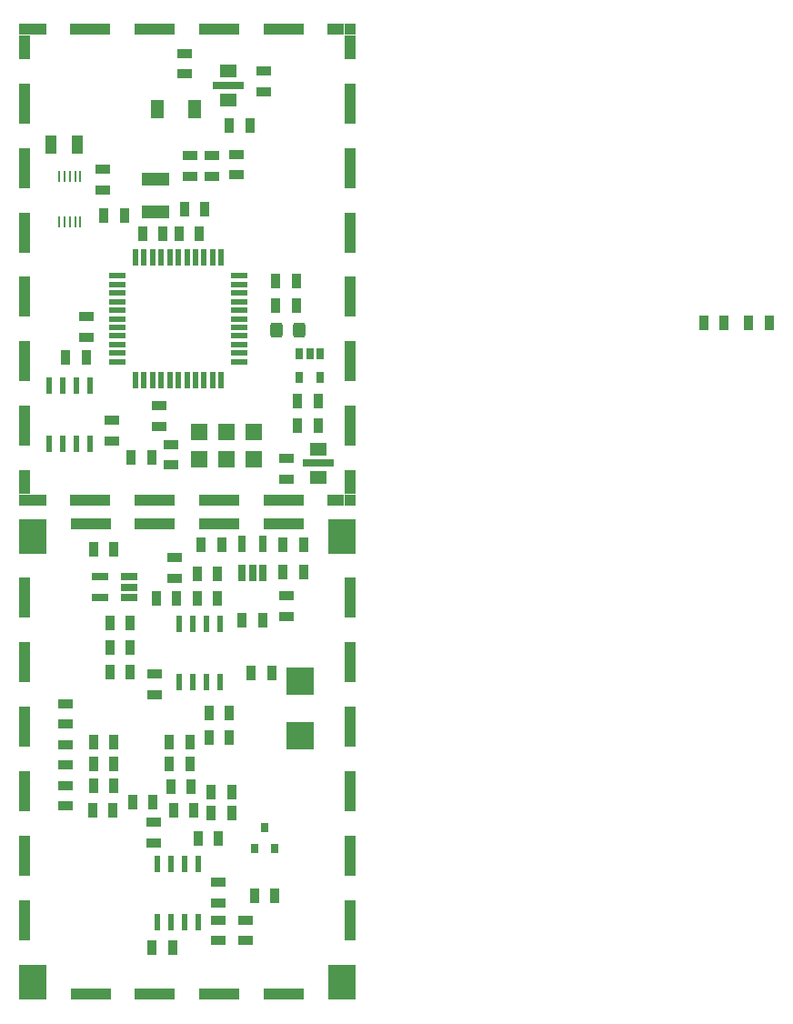
<source format=gbr>
%TF.GenerationSoftware,KiCad,Pcbnew,6.0.4-6f826c9f35~116~ubuntu20.04.1*%
%TF.CreationDate,2023-08-03T19:42:58+00:00*%
%TF.ProjectId,SPACEDOS02B_PCB01A,53504143-4544-44f5-9330-32425f504342,rev?*%
%TF.SameCoordinates,Original*%
%TF.FileFunction,Paste,Bot*%
%TF.FilePolarity,Positive*%
%FSLAX46Y46*%
G04 Gerber Fmt 4.6, Leading zero omitted, Abs format (unit mm)*
G04 Created by KiCad (PCBNEW 6.0.4-6f826c9f35~116~ubuntu20.04.1) date 2023-08-03 19:42:58*
%MOMM*%
%LPD*%
G01*
G04 APERTURE LIST*
G04 Aperture macros list*
%AMRoundRect*
0 Rectangle with rounded corners*
0 $1 Rounding radius*
0 $2 $3 $4 $5 $6 $7 $8 $9 X,Y pos of 4 corners*
0 Add a 4 corners polygon primitive as box body*
4,1,4,$2,$3,$4,$5,$6,$7,$8,$9,$2,$3,0*
0 Add four circle primitives for the rounded corners*
1,1,$1+$1,$2,$3*
1,1,$1+$1,$4,$5*
1,1,$1+$1,$6,$7*
1,1,$1+$1,$8,$9*
0 Add four rect primitives between the rounded corners*
20,1,$1+$1,$2,$3,$4,$5,0*
20,1,$1+$1,$4,$5,$6,$7,0*
20,1,$1+$1,$6,$7,$8,$9,0*
20,1,$1+$1,$8,$9,$2,$3,0*%
G04 Aperture macros list end*
%ADD10R,1.524000X1.524000*%
%ADD11R,0.650000X1.560000*%
%ADD12R,1.560000X0.650000*%
%ADD13R,0.889000X1.397000*%
%ADD14R,1.397000X0.889000*%
%ADD15R,0.550000X1.500000*%
%ADD16R,1.500000X0.550000*%
%ADD17R,0.600000X1.550000*%
%ADD18R,0.250000X1.100000*%
%ADD19R,2.540000X1.270000*%
%ADD20R,0.650000X1.060000*%
%ADD21R,1.300000X1.700000*%
%ADD22RoundRect,0.250000X-0.325000X-0.450000X0.325000X-0.450000X0.325000X0.450000X-0.325000X0.450000X0*%
%ADD23R,1.000000X1.800000*%
%ADD24R,0.800000X0.900000*%
%ADD25R,2.499360X2.550160*%
%ADD26R,1.500000X1.300000*%
%ADD27R,3.000000X0.700000*%
%ADD28R,3.800000X1.000000*%
%ADD29R,1.000000X3.800000*%
%ADD30R,1.550000X1.000000*%
%ADD31R,1.000000X1.000000*%
%ADD32R,1.000000X2.300000*%
%ADD33R,2.550000X3.300000*%
G04 APERTURE END LIST*
D10*
%TO.C,J22*%
X25514300Y50734100D03*
X25514300Y53274100D03*
X22974300Y50734100D03*
X22974300Y53274100D03*
X20434300Y50734100D03*
X20434300Y53274100D03*
%TD*%
D11*
%TO.C,U5*%
X26343300Y40146100D03*
X25393300Y40146100D03*
X24443300Y40146100D03*
X24443300Y42846100D03*
X26343300Y42846100D03*
%TD*%
D12*
%TO.C,U4*%
X13916300Y39779100D03*
X13916300Y38829100D03*
X13916300Y37879100D03*
X11216300Y37879100D03*
X11216300Y39779100D03*
%TD*%
D13*
%TO.C,C8*%
X14026800Y33241100D03*
X12121800Y33241100D03*
%TD*%
%TO.C,C3*%
X17963000Y5301100D03*
X16058000Y5301100D03*
%TD*%
D14*
%TO.C,R6*%
X24758300Y7841100D03*
X24758300Y5936100D03*
%TD*%
D13*
%TO.C,C13*%
X14026800Y35527100D03*
X12121800Y35527100D03*
%TD*%
%TO.C,C24*%
X10528300Y18095100D03*
X12433300Y18095100D03*
%TD*%
%TO.C,C4*%
X27178000Y30884000D03*
X25273000Y30884000D03*
%TD*%
D15*
%TO.C,U10*%
X22496300Y58119100D03*
X21696300Y58119100D03*
X20896300Y58119100D03*
X20096300Y58119100D03*
X19296300Y58119100D03*
X18496300Y58119100D03*
X17696300Y58119100D03*
X16896300Y58119100D03*
X16096300Y58119100D03*
X15296300Y58119100D03*
X14496300Y58119100D03*
D16*
X12796300Y59819100D03*
X12796300Y60619100D03*
X12796300Y61419100D03*
X12796300Y62219100D03*
X12796300Y63019100D03*
X12796300Y63819100D03*
X12796300Y64619100D03*
X12796300Y65419100D03*
X12796300Y66219100D03*
X12796300Y67019100D03*
X12796300Y67819100D03*
D15*
X14496300Y69519100D03*
X15296300Y69519100D03*
X16096300Y69519100D03*
X16896300Y69519100D03*
X17696300Y69519100D03*
X18496300Y69519100D03*
X19296300Y69519100D03*
X20096300Y69519100D03*
X20896300Y69519100D03*
X21696300Y69519100D03*
X22496300Y69519100D03*
D16*
X24196300Y67819100D03*
X24196300Y67019100D03*
X24196300Y66219100D03*
X24196300Y65419100D03*
X24196300Y64619100D03*
X24196300Y63819100D03*
X24196300Y63019100D03*
X24196300Y62219100D03*
X24196300Y61419100D03*
X24196300Y60619100D03*
X24196300Y59819100D03*
%TD*%
D13*
%TO.C,R4*%
X14026800Y30955100D03*
X12121800Y30955100D03*
%TD*%
D14*
%TO.C,C10*%
X22218300Y11333600D03*
X22218300Y9428600D03*
%TD*%
%TO.C,C5*%
X22218300Y7841100D03*
X22218300Y5936100D03*
%TD*%
D13*
%TO.C,R3*%
X24440800Y35781100D03*
X26345800Y35781100D03*
%TD*%
%TO.C,R2*%
X20313300Y15461100D03*
X22218300Y15461100D03*
%TD*%
D17*
%TO.C,U2*%
X22345300Y30033100D03*
X21075300Y30033100D03*
X19805300Y30033100D03*
X18535300Y30033100D03*
X18535300Y35433100D03*
X19805300Y35433100D03*
X21075300Y35433100D03*
X22345300Y35433100D03*
%TD*%
D13*
%TO.C,R10*%
X19558000Y24407000D03*
X17653000Y24407000D03*
%TD*%
%TO.C,C18*%
X23234300Y27145100D03*
X21329300Y27145100D03*
%TD*%
D17*
%TO.C,U1*%
X20313300Y7681100D03*
X19043300Y7681100D03*
X17773300Y7681100D03*
X16503300Y7681100D03*
X16503300Y13081100D03*
X17773300Y13081100D03*
X19043300Y13081100D03*
X20313300Y13081100D03*
%TD*%
D13*
%TO.C,C20*%
X25583800Y10127100D03*
X27488800Y10127100D03*
%TD*%
D14*
%TO.C,R7*%
X16213000Y16955000D03*
X16213000Y15050000D03*
%TD*%
D13*
%TO.C,R9*%
X19963000Y18050000D03*
X18058000Y18050000D03*
%TD*%
%TO.C,C11*%
X21558000Y17800000D03*
X23463000Y17800000D03*
%TD*%
%TO.C,C16*%
X17653000Y22375000D03*
X19558000Y22375000D03*
%TD*%
%TO.C,R11*%
X23234300Y24859100D03*
X21329300Y24859100D03*
%TD*%
%TO.C,C15*%
X19678300Y20287100D03*
X17773300Y20287100D03*
%TD*%
D14*
%TO.C,R5*%
X28568300Y38003600D03*
X28568300Y36098600D03*
%TD*%
D13*
%TO.C,C12*%
X22154800Y37813100D03*
X20249800Y37813100D03*
%TD*%
D18*
%TO.C,U11*%
X7382000Y77103000D03*
X7882000Y77103000D03*
X8382000Y77103000D03*
X8882000Y77103000D03*
X9382000Y77103000D03*
X9382000Y72803000D03*
X8882000Y72803000D03*
X8382000Y72803000D03*
X7882000Y72803000D03*
X7382000Y72803000D03*
%TD*%
D14*
%TO.C,R13*%
X18154300Y39654600D03*
X18154300Y41559600D03*
%TD*%
D13*
%TO.C,C9*%
X28250800Y40226100D03*
X30155800Y40226100D03*
%TD*%
%TO.C,C14*%
X28250800Y42766100D03*
X30155800Y42766100D03*
%TD*%
%TO.C,C7*%
X22154800Y40099100D03*
X20249800Y40099100D03*
%TD*%
%TO.C,R12*%
X22535800Y42766100D03*
X20630800Y42766100D03*
%TD*%
D19*
%TO.C,L1*%
X16383000Y76858000D03*
X16383000Y73810000D03*
%TD*%
D13*
%TO.C,C19*%
X18344800Y37813100D03*
X16439800Y37813100D03*
%TD*%
D20*
%TO.C,U8*%
X29784000Y60559000D03*
X30734000Y60559000D03*
X31684000Y60559000D03*
X31684000Y58359000D03*
X29784000Y58359000D03*
%TD*%
D13*
%TO.C,C2*%
X10591800Y20381100D03*
X12496800Y20381100D03*
%TD*%
D21*
%TO.C,D3*%
X20010000Y83335000D03*
X16510000Y83335000D03*
%TD*%
D14*
%TO.C,F2*%
X19050000Y86637000D03*
X19050000Y88542000D03*
%TD*%
%TO.C,C55*%
X26416000Y86891000D03*
X26416000Y84986000D03*
%TD*%
D22*
%TO.C,L3*%
X27677000Y62761000D03*
X29727000Y62761000D03*
%TD*%
D23*
%TO.C,Y2*%
X9124000Y80033000D03*
X6624000Y80033000D03*
%TD*%
D14*
%TO.C,R22*%
X7988300Y18476100D03*
X7988300Y20381100D03*
%TD*%
%TO.C,R19*%
X7988300Y22286100D03*
X7988300Y24191100D03*
%TD*%
%TO.C,R15*%
X7988300Y26096100D03*
X7988300Y28001100D03*
%TD*%
D13*
%TO.C,C23*%
X10591800Y22413100D03*
X12496800Y22413100D03*
%TD*%
%TO.C,C21*%
X10591800Y24445100D03*
X12496800Y24445100D03*
%TD*%
D14*
%TO.C,C34*%
X16750000Y53820500D03*
X16750000Y55725500D03*
%TD*%
%TO.C,C27*%
X21590000Y77112000D03*
X21590000Y79017000D03*
%TD*%
D13*
%TO.C,R20*%
X11557000Y73429000D03*
X13462000Y73429000D03*
%TD*%
D14*
%TO.C,R23*%
X17780000Y50226100D03*
X17780000Y52131100D03*
%TD*%
%TO.C,C26*%
X23876000Y77239000D03*
X23876000Y79144000D03*
%TD*%
D24*
%TO.C,U3*%
X27486300Y14477100D03*
X25586300Y14477100D03*
X26536300Y16477100D03*
%TD*%
D13*
%TO.C,C43*%
X16002000Y50950000D03*
X14097000Y50950000D03*
%TD*%
D14*
%TO.C,C39*%
X9906000Y62126000D03*
X9906000Y64031000D03*
%TD*%
%TO.C,C28*%
X19558000Y77112000D03*
X19558000Y79017000D03*
%TD*%
D13*
%TO.C,R1*%
X12502800Y42385100D03*
X10597800Y42385100D03*
%TD*%
%TO.C,C36*%
X23241000Y81811000D03*
X25146000Y81811000D03*
%TD*%
%TO.C,C32*%
X27559000Y65047000D03*
X29464000Y65047000D03*
%TD*%
%TO.C,R21*%
X8001000Y60221000D03*
X9906000Y60221000D03*
%TD*%
%TO.C,C44*%
X20447000Y71778000D03*
X18542000Y71778000D03*
%TD*%
%TO.C,C31*%
X17081500Y71778000D03*
X15176500Y71778000D03*
%TD*%
%TO.C,C40*%
X20955000Y74064000D03*
X19050000Y74064000D03*
%TD*%
%TO.C,C50*%
X31496000Y53871000D03*
X29591000Y53871000D03*
%TD*%
%TO.C,C42*%
X31496000Y56157000D03*
X29591000Y56157000D03*
%TD*%
%TO.C,C35*%
X27559000Y67333000D03*
X29464000Y67333000D03*
%TD*%
D14*
%TO.C,C47*%
X11430000Y75842000D03*
X11430000Y77747000D03*
%TD*%
%TO.C,C54*%
X28575000Y48918000D03*
X28575000Y50823000D03*
%TD*%
D13*
%TO.C,R8*%
X16122300Y18800000D03*
X14217300Y18800000D03*
%TD*%
%TO.C,C6*%
X21558000Y19779100D03*
X23463000Y19779100D03*
%TD*%
D25*
%TO.C,C1*%
X29838300Y30050860D03*
X29838300Y25001340D03*
%TD*%
D26*
%TO.C,C29*%
X23114000Y84191000D03*
D27*
X23114000Y85541000D03*
D26*
X23114000Y86891000D03*
%TD*%
%TO.C,C52*%
X31496000Y51712000D03*
D27*
X31496000Y50362000D03*
D26*
X31496000Y49012000D03*
%TD*%
D28*
%TO.C,M8*%
X10304000Y90757000D03*
D29*
X4154000Y71857000D03*
X34454000Y71857000D03*
D30*
X5429000Y90757000D03*
D29*
X34454000Y53857000D03*
D31*
X4154000Y90757000D03*
D28*
X22304000Y46957000D03*
D29*
X4154000Y65857000D03*
D31*
X34454000Y90757000D03*
D29*
X34454000Y65857000D03*
X4154000Y59857000D03*
D30*
X5429000Y46957000D03*
D29*
X4154000Y53857000D03*
D32*
X34454000Y89107000D03*
D30*
X33179000Y90757000D03*
D32*
X4154000Y48607000D03*
D28*
X28304000Y90757000D03*
X16304000Y90757000D03*
X28304000Y46957000D03*
D29*
X34454000Y83857000D03*
X4154000Y83857000D03*
D32*
X4154000Y89107000D03*
D29*
X34454000Y77857000D03*
D28*
X10304000Y46957000D03*
D31*
X34454000Y46957000D03*
X4154000Y46957000D03*
D29*
X4154000Y77857000D03*
D28*
X22304000Y90757000D03*
D29*
X34454000Y59857000D03*
D30*
X33179000Y46957000D03*
D28*
X16304000Y46957000D03*
D32*
X34454000Y48607000D03*
%TD*%
D29*
%TO.C,M6*%
X34478000Y31834000D03*
D33*
X33703000Y43584000D03*
D28*
X10328000Y934000D03*
D33*
X33703000Y2084000D03*
D28*
X22328000Y934000D03*
D33*
X4953000Y2084000D03*
D29*
X4178000Y7834000D03*
D28*
X28328000Y934000D03*
X16328000Y44734000D03*
D29*
X4178000Y37834000D03*
X4178000Y25834000D03*
X4178000Y19834000D03*
X4178000Y31834000D03*
X34478000Y25834000D03*
D28*
X22328000Y44734000D03*
D33*
X4953000Y43584000D03*
D28*
X28328000Y44734000D03*
D29*
X34478000Y37834000D03*
X4178000Y13834000D03*
X34478000Y7834000D03*
D28*
X10328000Y44734000D03*
D29*
X34478000Y19834000D03*
X34478000Y13834000D03*
D28*
X16328000Y934000D03*
%TD*%
D14*
%TO.C,C17*%
X16256000Y30757000D03*
X16256000Y28852000D03*
%TD*%
%TO.C,C30*%
X12319000Y54379000D03*
X12319000Y52474000D03*
%TD*%
D17*
%TO.C,U6*%
X10287000Y52187000D03*
X9017000Y52187000D03*
X7747000Y52187000D03*
X6477000Y52187000D03*
X6477000Y57587000D03*
X7747000Y57587000D03*
X9017000Y57587000D03*
X10287000Y57587000D03*
%TD*%
D13*
%TO.C,C38*%
X67403500Y63407590D03*
X69308500Y63407590D03*
%TD*%
%TO.C,C41*%
X71593500Y63407590D03*
X73498500Y63407590D03*
%TD*%
M02*

</source>
